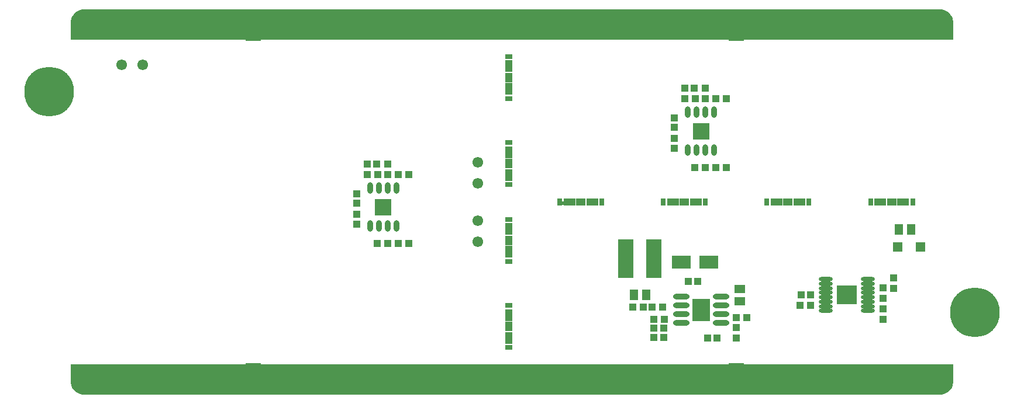
<source format=gbs>
G04*
G04 #@! TF.GenerationSoftware,Altium Limited,Altium Designer,21.7.2 (23)*
G04*
G04 Layer_Color=16711935*
%FSLAX43Y43*%
%MOMM*%
G71*
G04*
G04 #@! TF.SameCoordinates,BD2E6C67-D46E-495A-B7F0-CE9B6F3DEFF6*
G04*
G04*
G04 #@! TF.FilePolarity,Negative*
G04*
G01*
G75*
%ADD16R,2.203X3.203*%
%ADD20R,1.103X1.403*%
%ADD21R,1.103X1.703*%
%ADD22R,1.103X0.803*%
%ADD23R,1.003X1.103*%
%ADD26R,1.103X1.003*%
%ADD40C,7.203*%
%ADD41C,0.600*%
%ADD42C,0.903*%
%ADD43C,0.803*%
%ADD44C,1.553*%
%ADD99R,1.303X1.603*%
%ADD100R,2.703X1.903*%
%ADD101O,2.403X0.803*%
%ADD102R,1.603X1.303*%
%ADD103R,2.203X5.703*%
%ADD104R,1.403X1.403*%
%ADD105O,1.983X0.623*%
%ADD106R,1.703X1.103*%
%ADD107R,0.803X1.103*%
%ADD108R,1.403X1.103*%
%ADD109O,0.803X1.653*%
%ADD110R,2.603X3.303*%
%ADD111R,2.903X2.703*%
%ADD112R,2.493X2.493*%
G36*
X38600Y98500D02*
X166400D01*
Y101000D01*
Y101187D01*
X166327Y101554D01*
X166184Y101900D01*
X165976Y102211D01*
X165711Y102476D01*
X165400Y102684D01*
X165054Y102827D01*
X164687Y102900D01*
X164500D01*
D01*
X40500Y102900D01*
X40313D01*
X39946Y102827D01*
X39600Y102684D01*
X39289Y102476D01*
X39024Y102211D01*
X38816Y101900D01*
X38673Y101554D01*
X38600Y101187D01*
X38600Y101000D01*
Y101000D01*
Y98500D01*
D02*
G37*
G36*
Y51500D02*
X166400D01*
Y49000D01*
Y48813D01*
X166327Y48446D01*
X166184Y48100D01*
X165976Y47789D01*
X165711Y47524D01*
X165400Y47316D01*
X165054Y47173D01*
X164687Y47100D01*
X164500D01*
D01*
X40500D01*
X40313D01*
X39946Y47173D01*
X39600Y47316D01*
X39289Y47524D01*
X39024Y47789D01*
X38816Y48100D01*
X38673Y48446D01*
X38600Y48813D01*
X38600Y49000D01*
D01*
Y51500D01*
D02*
G37*
D16*
X135000Y100000D02*
D03*
X65000D02*
D03*
Y50000D02*
D03*
X135000D02*
D03*
D20*
X102000Y80550D02*
D03*
Y56950D02*
D03*
Y69450D02*
D03*
Y93050D02*
D03*
D21*
Y78900D02*
D03*
Y82200D02*
D03*
Y55300D02*
D03*
Y58600D02*
D03*
Y67800D02*
D03*
Y71100D02*
D03*
Y91400D02*
D03*
Y94700D02*
D03*
D22*
Y77500D02*
D03*
Y83600D02*
D03*
Y53900D02*
D03*
Y60000D02*
D03*
Y66400D02*
D03*
Y72500D02*
D03*
Y90000D02*
D03*
Y96100D02*
D03*
D23*
X119988Y59750D02*
D03*
X121512D02*
D03*
X130800Y55250D02*
D03*
X132200D02*
D03*
X134988Y58250D02*
D03*
X136512D02*
D03*
X128000Y63500D02*
D03*
X129400D02*
D03*
X122738Y59750D02*
D03*
X124262D02*
D03*
X124512Y58000D02*
D03*
X122988D02*
D03*
X144350Y61500D02*
D03*
X145750D02*
D03*
X132000Y80000D02*
D03*
X133524D02*
D03*
X128976D02*
D03*
X130500D02*
D03*
X127476Y90000D02*
D03*
X129000D02*
D03*
X128900Y91500D02*
D03*
X127500Y91500D02*
D03*
X132000Y90000D02*
D03*
X133524D02*
D03*
X86000Y69000D02*
D03*
X87524D02*
D03*
X82976D02*
D03*
X84500D02*
D03*
X86000Y79000D02*
D03*
X87524D02*
D03*
X81500D02*
D03*
X83024D02*
D03*
X82900Y80500D02*
D03*
X81500Y80500D02*
D03*
X145750Y60000D02*
D03*
X144226D02*
D03*
D26*
X135000Y55238D02*
D03*
Y56762D02*
D03*
X124500Y55350D02*
D03*
Y56750D02*
D03*
X123000Y55350D02*
D03*
Y56750D02*
D03*
X156250Y62512D02*
D03*
Y60988D02*
D03*
X157750Y62500D02*
D03*
Y64024D02*
D03*
X156250Y57976D02*
D03*
Y59500D02*
D03*
X126000Y84200D02*
D03*
X126000Y82800D02*
D03*
X126000Y85800D02*
D03*
Y87200D02*
D03*
X130500Y90000D02*
D03*
X130500Y91524D02*
D03*
X80000Y73200D02*
D03*
Y71800D02*
D03*
X80000Y74800D02*
D03*
Y76200D02*
D03*
X84500Y79000D02*
D03*
X84500Y80524D02*
D03*
D40*
X35500Y91000D02*
D03*
X169500Y59000D02*
D03*
D41*
X139426Y74846D02*
D03*
X109876Y74846D02*
D03*
D42*
X129275Y60415D02*
D03*
Y59365D02*
D03*
X130475D02*
D03*
Y60415D02*
D03*
Y58315D02*
D03*
X129275D02*
D03*
X151889Y62135D02*
D03*
X151000Y62135D02*
D03*
X151000Y60865D02*
D03*
X151889D02*
D03*
X150111Y62135D02*
D03*
Y60865D02*
D03*
D43*
X129315Y85825D02*
D03*
X129315Y84725D02*
D03*
X130415D02*
D03*
X130415Y85825D02*
D03*
X83315Y74825D02*
D03*
X83315Y73725D02*
D03*
X84415D02*
D03*
Y74825D02*
D03*
D44*
X97500Y72250D02*
D03*
Y80750D02*
D03*
Y69250D02*
D03*
Y77750D02*
D03*
X46000Y94900D02*
D03*
X49000D02*
D03*
D99*
X121889Y61500D02*
D03*
X120111D02*
D03*
X158500Y71000D02*
D03*
X160278D02*
D03*
D100*
X131000Y66250D02*
D03*
X127000D02*
D03*
D101*
Y61270D02*
D03*
Y60000D02*
D03*
X132750Y58730D02*
D03*
Y61270D02*
D03*
Y60000D02*
D03*
X127000Y58730D02*
D03*
Y57460D02*
D03*
X132750D02*
D03*
D102*
X135500Y60611D02*
D03*
Y62389D02*
D03*
D103*
X118980Y66750D02*
D03*
X123020D02*
D03*
D104*
X158349Y68500D02*
D03*
X161651D02*
D03*
D105*
X154048Y63786D02*
D03*
Y62486D02*
D03*
Y61836D02*
D03*
Y63136D02*
D03*
Y60536D02*
D03*
Y61186D02*
D03*
Y59236D02*
D03*
Y59886D02*
D03*
X147952Y63136D02*
D03*
X147952Y62486D02*
D03*
Y63786D02*
D03*
Y61186D02*
D03*
Y61836D02*
D03*
X147952Y59886D02*
D03*
X147952Y60536D02*
D03*
X147952Y59236D02*
D03*
D106*
X129100Y75000D02*
D03*
X125800D02*
D03*
X159100D02*
D03*
X155800D02*
D03*
X144100D02*
D03*
X140800D02*
D03*
X114100D02*
D03*
X110800D02*
D03*
D107*
X130500D02*
D03*
X124400D02*
D03*
X160500D02*
D03*
X154400D02*
D03*
X145500D02*
D03*
X139400D02*
D03*
X115500D02*
D03*
X109400D02*
D03*
D108*
X127450D02*
D03*
X157450D02*
D03*
X142450D02*
D03*
X112450D02*
D03*
D109*
X127960Y82550D02*
D03*
X129230D02*
D03*
Y88000D02*
D03*
X127960D02*
D03*
X130500Y82550D02*
D03*
X131770D02*
D03*
X130500Y88000D02*
D03*
X131770D02*
D03*
X81960Y71550D02*
D03*
X83230D02*
D03*
Y77000D02*
D03*
X81960D02*
D03*
X84500Y71550D02*
D03*
X85770D02*
D03*
X84500Y77000D02*
D03*
X85770D02*
D03*
D110*
X129875Y59365D02*
D03*
D111*
X151000Y61500D02*
D03*
D112*
X129865Y85275D02*
D03*
X83865Y74275D02*
D03*
M02*

</source>
